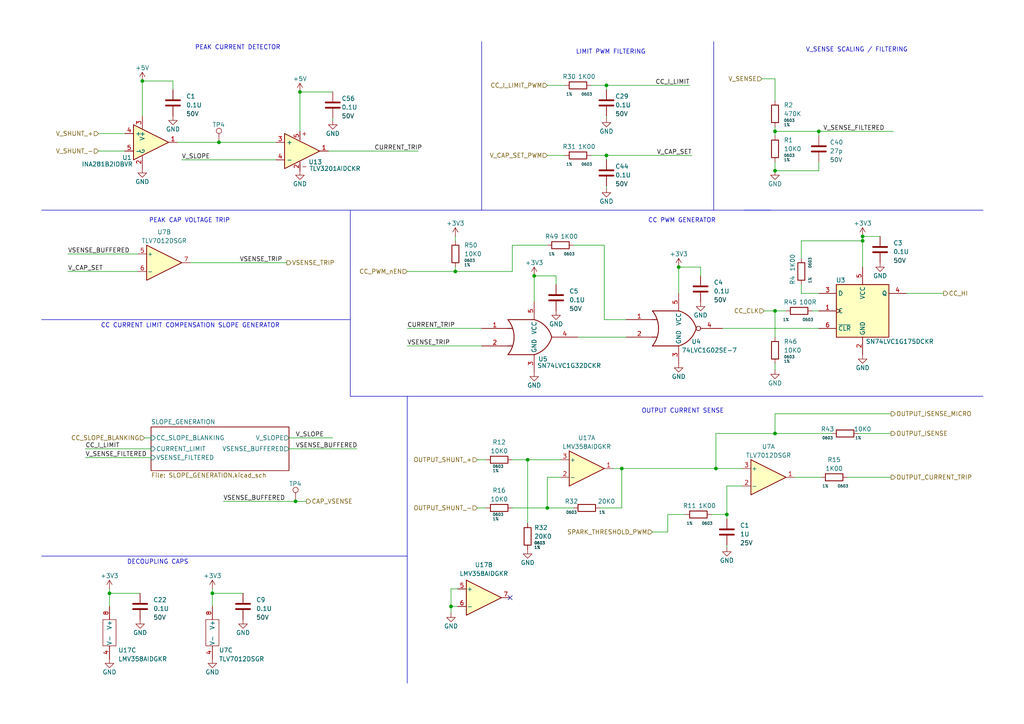
<source format=kicad_sch>
(kicad_sch (version 20230121) (generator eeschema)
  (paper "A4")
  (title_block (company "Rack Robotics, Inc.") (comment 1 "Engineering by DragonFly Power Systems") (comment 2 "Design by Rack Robotics, Inc."))
  (lib_symbols
    (symbol "0603_CAP:0.1U_50V"
      (property "Reference" "C" (at 3.175 1.905 0))
      (property "Value" "0.1U" (at 3.175 0 0))
      (property "Volage Rating" "50V" (at 3.175 -1.905 0))
      (symbol "0.1U_50V_0_1"
        (polyline (pts (xy -2.032 -0.762) (xy 2.032 -0.762)) (stroke (width 0.508)))
        (polyline (pts (xy -2.032 0.762) (xy 2.032 0.762)) (stroke (width 0.508)))
      )
      (symbol "0.1U_50V_1_1"
        (pin passive line (at 0 3.81 270) (length 2.794) (name "~") (number "1"))
        (pin passive line (at 0 -3.81 90) (length 2.794) (name "~") (number "2"))
      )
    )
    (symbol "0603_CAP:1U_25V"
      (property "Reference" "C" (at 3.175 1.905 0))
      (property "Value" "1U" (at 3.175 0 0))
      (property "Volage Rating" "25V" (at 3.175 -1.905 0))
      (symbol "1U_25V_0_1"
        (polyline (pts (xy -2.032 -0.762) (xy 2.032 -0.762)) (stroke (width 0.508)))
        (polyline (pts (xy -2.032 0.762) (xy 2.032 0.762)) (stroke (width 0.508)))
      )
      (symbol "1U_25V_1_1"
        (pin passive line (at 0 3.81 270) (length 2.794) (name "~") (number "1"))
        (pin passive line (at 0 -3.81 90) (length 2.794) (name "~") (number "2"))
      )
    )
    (symbol "0603_CAP:27P_50V"
      (property "Reference" "C" (at 3.175 1.905 0))
      (property "Value" "27p" (at 3.175 0 0))
      (property "Volage Rating" "50V" (at 3.175 -1.905 0))
      (symbol "27P_50V_0_1"
        (polyline (pts (xy -2.032 -0.762) (xy 2.032 -0.762)) (stroke (width 0.508)))
        (polyline (pts (xy -2.032 0.762) (xy 2.032 0.762)) (stroke (width 0.508)))
      )
      (symbol "27P_50V_1_1"
        (pin passive line (at 0 3.81 270) (length 2.794) (name "~") (number "1"))
        (pin passive line (at 0 -3.81 90) (length 2.794) (name "~") (number "2"))
      )
    )
    (symbol "0603_RES:100R"
      (property "Reference" "R" (at 1.27 2.54 0))
      (property "Value" "100R" (at 1.27 0.635 0))
      (property "Package Size" "0603" (at 1.27 -1.27 0))
      (property "Tolerance" "1%" (at 1.27 -2.54 0))
      (symbol "100R_0_1"
        (rectangle (start -1.016 2.54) (end 1.016 -2.54) (stroke (width 0.254)))
      )
      (symbol "100R_1_1"
        (pin passive line (at 0 3.81 270) (length 1.27) (name "~") (number "1"))
        (pin passive line (at 0 -3.81 90) (length 1.27) (name "~") (number "2"))
      )
    )
    (symbol "0603_RES:10K0"
      (property "Reference" "R" (at 1.27 2.54 0))
      (property "Value" "10K0" (at 1.27 0.635 0))
      (property "Package Size" "0603" (at 1.27 -1.27 0))
      (property "Tolerance" "1%" (at 1.27 -2.54 0))
      (symbol "10K0_0_1"
        (rectangle (start -1.016 2.54) (end 1.016 -2.54) (stroke (width 0.254)))
      )
      (symbol "10K0_1_1"
        (pin passive line (at 0 3.81 270) (length 1.27) (name "~") (number "1"))
        (pin passive line (at 0 -3.81 90) (length 1.27) (name "~") (number "2"))
      )
    )
    (symbol "0603_RES:1K00"
      (property "Reference" "R" (at 1.27 2.54 0))
      (property "Value" "1K00" (at 1.27 0.635 0))
      (property "Package Size" "0603" (at 1.27 -1.27 0))
      (property "Tolerance" "1%" (at 1.27 -2.54 0))
      (symbol "1K00_0_1"
        (rectangle (start -1.016 2.54) (end 1.016 -2.54) (stroke (width 0.254)))
      )
      (symbol "1K00_1_1"
        (pin passive line (at 0 3.81 270) (length 1.27) (name "~") (number "1"))
        (pin passive line (at 0 -3.81 90) (length 1.27) (name "~") (number "2"))
      )
    )
    (symbol "0603_RES:20K0"
      (property "Reference" "R" (at 1.27 2.54 0))
      (property "Value" "20K0" (at 1.27 0.635 0))
      (property "Package Size" "0603" (at 1.27 -1.27 0))
      (property "Tolerance" "1%" (at 1.27 -2.54 0))
      (symbol "20K0_0_1"
        (rectangle (start -1.016 2.54) (end 1.016 -2.54) (stroke (width 0.254)))
      )
      (symbol "20K0_1_1"
        (pin passive line (at 0 3.81 270) (length 1.27) (name "~") (number "1"))
        (pin passive line (at 0 -3.81 90) (length 1.27) (name "~") (number "2"))
      )
    )
    (symbol "0603_RES:470K"
      (property "Reference" "R" (at 1.27 2.54 0))
      (property "Value" "470K" (at 1.27 0.635 0))
      (property "Package Size" "0603" (at 1.27 -1.27 0))
      (property "Tolerance" "1%" (at 1.27 -2.54 0))
      (symbol "470K_0_1"
        (rectangle (start -1.016 2.54) (end 1.016 -2.54) (stroke (width 0.254)))
      )
      (symbol "470K_1_1"
        (pin passive line (at 0 3.81 270) (length 1.27) (name "~") (number "1"))
        (pin passive line (at 0 -3.81 90) (length 1.27) (name "~") (number "2"))
      )
    )
    (symbol "74_LOGIC:74LVC1G02SE-7"
      (property "Reference" "U" (at 0 1.27 0))
      (property "Value" "74LVC1G02SE-7" (at 16.51 -11.43 0))
      (symbol "74LVC1G02SE-7_0_1"
        (arc (start 0 -10.16) (mid 1.782 -5.08) (end 0 0) (stroke (width 0.254)))
        (polyline (pts (xy 0 -7.62) (xy 1.27 -7.62)) (stroke (width 0.254)) (fill (type background)))
        (polyline (pts (xy 0 -2.54) (xy 1.27 -2.54)) (stroke (width 0.254)) (fill (type background)))
        (polyline (pts (xy 7.62 -10.16) (xy 0 -10.16)) (stroke (width 0.254)) (fill (type background)))
        (polyline (pts (xy 7.62 0) (xy 0 0)) (stroke (width 0.254)) (fill (type background)))
        (arc (start 7.62 -10.16) (mid 10.822 -8.282) (end 12.7 -5.08) (stroke (width 0.254)))
        (arc (start 12.7 -5.08) (mid 10.8471 -1.8529) (end 7.62 0) (stroke (width 0.254)))
      )
      (symbol "74LVC1G02SE-7_1_1"
        (pin input line (at -7.62 -2.54 0) (length 7.62) (name "~") (number "1"))
        (pin input line (at -7.62 -7.62 0) (length 7.62) (name "~") (number "2"))
        (pin power_in line (at 7.62 -15.24 90) (length 5.08) (name "GND") (number "3"))
        (pin output inverted (at 20.32 -5.08 180) (length 7.62) (name "~") (number "4"))
        (pin power_in line (at 7.62 5.08 270) (length 5.08) (name "VCC") (number "5"))
      )
    )
    (symbol "74_LOGIC:SN74LVC1G175DCKR"
      (property "Reference" "U" (at 0 1.27 0))
      (property "Value" "SN74LVC1G175DCKR" (at 19.05 -16.51 0))
      (symbol "SN74LVC1G175DCKR_0_1"
        (rectangle (start 0 0) (end 15.24 -15.24) (stroke (width 0.254)) (fill (type background)))
      )
      (symbol "SN74LVC1G175DCKR_1_1"
        (pin input clock (at -5.08 -7.62 0) (length 5.08) (name "C") (number "1"))
        (pin power_in line (at 7.62 -20.32 90) (length 5.08) (name "GND") (number "2"))
        (pin input line (at -5.08 -2.54 0) (length 5.08) (name "D") (number "3"))
        (pin output line (at 20.32 -2.54 180) (length 5.08) (name "Q") (number "4"))
        (pin power_in line (at 7.62 5.08 270) (length 5.08) (name "VCC") (number "5"))
        (pin input line (at -5.08 -12.7 0) (length 5.08) (name "~{CLR}") (number "6"))
      )
    )
    (symbol "74_LOGIC:SN74LVC1G32DCKR"
      (property "Reference" "U" (at 0 1.27 0))
      (property "Value" "SN74LVC1G32DCKR" (at 16.51 -11.43 0))
      (symbol "SN74LVC1G32DCKR_0_1"
        (arc (start 0 -10.16) (mid 1.782 -5.08) (end 0 0) (stroke (width 0.254)))
        (polyline (pts (xy 0 -7.62) (xy 1.27 -7.62)) (stroke (width 0.254)) (fill (type background)))
        (polyline (pts (xy 0 -2.54) (xy 1.27 -2.54)) (stroke (width 0.254)) (fill (type background)))
        (polyline (pts (xy 7.62 -10.16) (xy 0 -10.16)) (stroke (width 0.254)) (fill (type background)))
        (polyline (pts (xy 7.62 0) (xy 0 0)) (stroke (width 0.254)) (fill (type background)))
        (arc (start 7.62 -10.16) (mid 10.822 -8.282) (end 12.7 -5.08) (stroke (width 0.254)))
        (arc (start 12.7 -5.08) (mid 10.8471 -1.8529) (end 7.62 0) (stroke (width 0.254)))
      )
      (symbol "SN74LVC1G32DCKR_1_1"
        (pin input line (at -7.62 -2.54 0) (length 7.62) (name "~") (number "1"))
        (pin input line (at -7.62 -7.62 0) (length 7.62) (name "~") (number "2"))
        (pin power_in line (at 7.62 -15.24 90) (length 5.08) (name "GND") (number "3"))
        (pin output line (at 20.32 -5.08 180) (length 7.62) (name "~") (number "4"))
        (pin power_in line (at 7.62 5.08 270) (length 5.08) (name "VCC") (number "5"))
      )
    )
    (symbol "COMPARATORS:TLV3201AIDCKR"
      (property "Reference" "U" (at -2.54 5.715 0))
      (property "Value" "TLV3201AIDCKR" (at 0 0 0))
      (symbol "TLV3201AIDCKR_1_1"
        (polyline (pts (xy -4.445 5.08) (xy 5.715 0) (xy -4.445 -5.08) (xy -4.445 5.08)) (stroke (width 0.254)) (fill (type background)))
        (text "+" (at 1.27 5.08 0) (effects (font (size 1.27 1.27))))
        (text "-" (at 1.27 -4.445 0) (effects (font (size 1.27 1.27))))
        (pin output line (at 8.255 0 180) (length 2.54) (name "~") (number "1"))
        (pin output line (at 0 -5.715 90) (length 2.54) (name "~") (number "2"))
        (pin input line (at -6.985 2.54 0) (length 2.54) (name "+") (number "3"))
        (pin input line (at -6.985 -2.54 0) (length 2.54) (name "-") (number "4"))
        (pin power_in line (at 0 5.715 270) (length 2.54) (name "~") (number "5"))
      )
    )
    (symbol "COMPARATORS:TLV7012DSGR" (pin_names (offset 0.127))
      (property "Reference" "U" (at 0.635 3.81 0))
      (property "Value" "TLV7012DSGR" (at 6.35 -3.81 0))
      (symbol "TLV7012DSGR_1_1"
        (polyline (pts (xy -5.08 5.08) (xy 5.08 0) (xy -5.08 -5.08) (xy -5.08 5.08)) (stroke (width 0.254)) (fill (type background)))
        (pin output line (at 7.62 0 180) (length 2.54) (name "~") (number "1"))
        (pin input line (at -7.62 -2.54 0) (length 2.54) (name "-") (number "2"))
        (pin input line (at -7.62 2.54 0) (length 2.54) (name "+") (number "3"))
      )
      (symbol "TLV7012DSGR_2_1"
        (polyline (pts (xy -5.08 5.08) (xy 5.08 0) (xy -5.08 -5.08) (xy -5.08 5.08)) (stroke (width 0.254)) (fill (type background)))
        (pin input line (at -7.62 2.54 0) (length 2.54) (name "+") (number "5"))
        (pin input line (at -7.62 -2.54 0) (length 2.54) (name "-") (number "6"))
        (pin open_collector line (at 7.62 0 180) (length 2.54) (name "~") (number "7"))
      )
      (symbol "TLV7012DSGR_3_1"
        (rectangle (start -4.445 3.81) (end -0.635 -3.81))
        (pin power_in line (at -2.54 -7.62 90) (length 3.81) (name "V-") (number "4"))
        (pin power_in line (at -2.54 7.62 270) (length 3.81) (name "V+") (number "8"))
        (pin power_in line (at -2.54 -7.62 90) (length 3.81) hide (name "V-") (number "9"))
      )
    )
    (symbol "Connector:TestPoint" (pin_numbers hide) (pin_names (offset 0.762) hide)
      (property "Reference" "TP" (at 0 6.858 0))
      (property "Value" "TestPoint" (at 0 5.08 0))
      (symbol "TestPoint_0_1"
        (circle (center 0 3.302) (radius 0.762))
      )
      (symbol "TestPoint_1_1"
        (pin passive line (at 0 0 90) (length 2.54) (name "1") (number "1"))
      )
    )
    (symbol "Current Sense Amplifiers:INA281B2IDBVR"
      (property "Reference" "U" (at 1.27 6.35 0))
      (property "Value" "INA281B2IDBVR" (at 8.89 -3.81 0))
      (symbol "INA281B2IDBVR_0_1"
        (polyline (pts (xy -2.54 5.08) (xy 7.62 0) (xy -2.54 -5.08) (xy -2.54 5.08)) (stroke (width 0.254)) (fill (type background)))
      )
      (symbol "INA281B2IDBVR_1_1"
        (pin output line (at 10.16 0 180) (length 2.54) (name "~") (number "1"))
        (pin power_in line (at 0 -7.62 90) (length 3.81) (name "G") (number "2"))
        (pin power_in line (at 0 7.62 270) (length 3.81) (name "V+") (number "3"))
        (pin input line (at -5.08 2.54 0) (length 2.54) (name "+") (number "4"))
        (pin input line (at -5.08 -2.54 0) (length 2.54) (name "-") (number "5"))
      )
    )
    (symbol "OP_AMPS:LMV358AIDGKR" (pin_names (offset 0.127))
      (property "Reference" "U" (at -1.27 5.08 0))
      (property "Value" "LMV358AIDGKR" (at -1.27 -5.08 0))
      (symbol "LMV358AIDGKR_1_1"
        (polyline (pts (xy -5.08 5.08) (xy 5.08 0) (xy -5.08 -5.08) (xy -5.08 5.08)) (stroke (width 0.254)) (fill (type background)))
        (pin output line (at 7.62 0 180) (length 2.54) (name "~") (number "1"))
        (pin input line (at -7.62 -2.54 0) (length 2.54) (name "-") (number "2"))
        (pin input line (at -7.62 2.54 0) (length 2.54) (name "+") (number "3"))
      )
      (symbol "LMV358AIDGKR_2_1"
        (polyline (pts (xy -5.08 5.08) (xy 5.08 0) (xy -5.08 -5.08) (xy -5.08 5.08)) (stroke (width 0.254)) (fill (type background)))
        (pin input line (at -7.62 2.54 0) (length 2.54) (name "+") (number "5"))
        (pin input line (at -7.62 -2.54 0) (length 2.54) (name "-") (number "6"))
        (pin output line (at 7.62 0 180) (length 2.54) (name "~") (number "7"))
      )
      (symbol "LMV358AIDGKR_3_1"
        (rectangle (start -4.445 3.81) (end -0.635 -3.81))
        (pin power_in line (at -2.54 -7.62 90) (length 3.81) (name "V-") (number "4"))
        (pin power_in line (at -2.54 7.62 270) (length 3.81) (name "V+") (number "8"))
      )
    )
    (symbol "power:+3V3" (power) (pin_names (offset 0))
      (property "Value" "+3V3" (at 0 3.556 0))
      (symbol "+3V3_0_1"
        (polyline (pts (xy -0.762 1.27) (xy 0 2.54)))
        (polyline (pts (xy 0 0) (xy 0 2.54)))
        (polyline (pts (xy 0 2.54) (xy 0.762 1.27)))
      )
      (symbol "+3V3_1_1"
        (pin power_in line (at 0 0 90) (length 0) hide (name "+3V3") (number "1"))
      )
    )
    (symbol "power:+5V" (power) (pin_names (offset 0))
      (property "Value" "+5V" (at 0 3.556 0))
      (symbol "+5V_0_1"
        (polyline (pts (xy -0.762 1.27) (xy 0 2.54)))
        (polyline (pts (xy 0 0) (xy 0 2.54)))
        (polyline (pts (xy 0 2.54) (xy 0.762 1.27)))
      )
      (symbol "+5V_1_1"
        (pin power_in line (at 0 0 90) (length 0) hide (name "+5V") (number "1"))
      )
    )
    (symbol "power:GND" (power) (pin_names (offset 0))
      (property "Value" "GND" (at 0 -3.81 0))
      (symbol "GND_0_1"
        (polyline (pts (xy 0 0) (xy 0 -1.27) (xy 1.27 -1.27) (xy 0 -2.54) (xy -1.27 -1.27) (xy 0 -1.27)))
      )
      (symbol "GND_1_1"
        (pin power_in line (at 0 0 270) (length 0) hide (name "GND") (number "1"))
      )
    )
  )
  (junction (at 154.94 80.01))
  (junction (at 158.75 147.32))
  (junction (at 85.725 145.415))
  (junction (at 130.81 175.895))
  (junction (at 61.595 172.085))
  (junction (at 180.34 135.89))
  (junction (at 224.79 90.17))
  (junction (at 196.85 77.47))
  (junction (at 175.895 24.765))
  (junction (at 153.035 133.35))
  (junction (at 31.75 172.085))
  (junction (at 224.79 38.1))
  (junction (at 41.275 23.495))
  (junction (at 63.5 41.275))
  (junction (at 210.82 149.225))
  (junction (at 250.19 68.58))
  (junction (at 132.08 78.74))
  (junction (at 224.79 49.53))
  (junction (at 207.645 135.89))
  (junction (at 250.19 69.85))
  (junction (at 224.79 125.73))
  (junction (at 237.49 38.1))
  (junction (at 175.895 45.085))
  (junction (at 86.995 26.67))
  (no_connect (at 147.955 173.355))
  (wire (pts (xy 52.705 46.355) (xy 80.01 46.355)))
  (wire (pts (xy 210.82 149.225) (xy 210.82 140.97)))
  (wire (pts (xy 24.765 132.715) (xy 43.815 132.715)))
  (wire (pts (xy 193.675 149.225) (xy 198.755 149.225)))
  (wire (pts (xy 235.585 90.17) (xy 237.49 90.17)))
  (wire (pts (xy 189.23 154.305) (xy 193.675 154.305)))
  (wire (pts (xy 207.645 125.73) (xy 207.645 135.89)))
  (wire (pts (xy 224.79 22.86) (xy 224.79 29.21)))
  (polyline (pts (xy 12.065 60.96) (xy 139.7 60.96)))
  (wire (pts (xy 209.55 95.25) (xy 237.49 95.25)))
  (wire (pts (xy 224.79 120.015) (xy 258.445 120.015)))
  (polyline (pts (xy 118.11 114.935) (xy 118.11 161.29)))
  (wire (pts (xy 41.275 23.495) (xy 41.275 33.655)))
  (wire (pts (xy 148.59 71.12) (xy 158.75 71.12)))
  (wire (pts (xy 250.19 69.85) (xy 250.19 77.47)))
  (wire (pts (xy 148.59 78.74) (xy 148.59 71.12)))
  (wire (pts (xy 86.995 26.67) (xy 86.995 38.1)))
  (polyline (pts (xy 215.9 60.96) (xy 223.52 60.96)))
  (wire (pts (xy 173.99 147.32) (xy 180.34 147.32)))
  (wire (pts (xy 154.94 80.01) (xy 154.94 87.63)))
  (wire (pts (xy 166.37 71.12) (xy 175.26 71.12)))
  (wire (pts (xy 64.77 145.415) (xy 85.725 145.415)))
  (wire (pts (xy 224.79 120.015) (xy 224.79 125.73)))
  (wire (pts (xy 171.45 24.765) (xy 175.895 24.765)))
  (wire (pts (xy 175.895 46.355) (xy 175.895 45.085)))
  (wire (pts (xy 61.595 172.085) (xy 61.595 175.895)))
  (wire (pts (xy 51.435 41.275) (xy 63.5 41.275)))
  (wire (pts (xy 232.41 69.85) (xy 232.41 74.93)))
  (wire (pts (xy 95.25 43.815) (xy 121.285 43.815)))
  (wire (pts (xy 180.34 135.89) (xy 207.645 135.89)))
  (wire (pts (xy 250.19 68.58) (xy 255.27 68.58)))
  (wire (pts (xy 50.165 23.495) (xy 50.165 26.035)))
  (wire (pts (xy 250.19 68.58) (xy 250.19 69.85)))
  (wire (pts (xy 175.26 92.71) (xy 175.26 71.12)))
  (wire (pts (xy 221.615 90.17) (xy 224.79 90.17)))
  (wire (pts (xy 31.75 172.085) (xy 31.75 175.895)))
  (polyline (pts (xy 12.065 161.29) (xy 118.11 161.29)))
  (wire (pts (xy 224.79 46.99) (xy 224.79 49.53)))
  (wire (pts (xy 148.59 147.32) (xy 158.75 147.32)))
  (wire (pts (xy 96.52 34.29) (xy 96.52 34.925)))
  (wire (pts (xy 130.81 170.815) (xy 130.81 175.895)))
  (wire (pts (xy 41.91 127) (xy 43.815 127)))
  (wire (pts (xy 19.685 78.74) (xy 40.005 78.74)))
  (wire (pts (xy 210.82 158.115) (xy 210.82 158.75)))
  (wire (pts (xy 224.79 38.1) (xy 224.79 39.37)))
  (wire (pts (xy 138.43 147.32) (xy 140.97 147.32)))
  (wire (pts (xy 63.5 41.275) (xy 80.01 41.275)))
  (wire (pts (xy 153.035 133.35) (xy 153.035 151.765)))
  (wire (pts (xy 175.895 45.085) (xy 200.66 45.085)))
  (wire (pts (xy 207.645 135.89) (xy 215.265 135.89)))
  (wire (pts (xy 158.75 138.43) (xy 158.75 147.32)))
  (wire (pts (xy 61.595 172.085) (xy 70.485 172.085)))
  (wire (pts (xy 203.2 77.47) (xy 196.85 77.47)))
  (wire (pts (xy 61.595 172.085) (xy 61.595 170.815)))
  (wire (pts (xy 224.79 90.17) (xy 227.965 90.17)))
  (wire (pts (xy 158.75 24.765) (xy 163.83 24.765)))
  (wire (pts (xy 230.505 138.43) (xy 238.125 138.43)))
  (wire (pts (xy 262.89 85.09) (xy 273.685 85.09)))
  (wire (pts (xy 224.79 105.41) (xy 224.79 107.315)))
  (wire (pts (xy 19.685 73.66) (xy 40.005 73.66)))
  (wire (pts (xy 161.29 80.01) (xy 154.94 80.01)))
  (wire (pts (xy 132.08 78.74) (xy 148.59 78.74)))
  (wire (pts (xy 180.34 135.89) (xy 180.34 147.32)))
  (wire (pts (xy 206.375 149.225) (xy 210.82 149.225)))
  (wire (pts (xy 196.85 77.47) (xy 196.85 85.09)))
  (wire (pts (xy 85.725 145.415) (xy 88.9 145.415)))
  (wire (pts (xy 118.11 78.74) (xy 132.08 78.74)))
  (wire (pts (xy 132.08 77.47) (xy 132.08 78.74)))
  (wire (pts (xy 118.11 95.25) (xy 139.7 95.25)))
  (polyline (pts (xy 215.9 60.96) (xy 285.115 60.96)))
  (wire (pts (xy 237.49 49.53) (xy 224.79 49.53)))
  (wire (pts (xy 193.675 154.305) (xy 193.675 149.225)))
  (wire (pts (xy 162.56 138.43) (xy 158.75 138.43)))
  (wire (pts (xy 132.08 69.85) (xy 132.08 68.58)))
  (wire (pts (xy 83.82 127) (xy 96.52 127)))
  (wire (pts (xy 31.75 172.085) (xy 40.64 172.085)))
  (wire (pts (xy 28.575 38.735) (xy 36.195 38.735)))
  (wire (pts (xy 96.52 26.67) (xy 86.995 26.67)))
  (polyline (pts (xy 12.065 92.71) (xy 101.6 92.71)))
  (wire (pts (xy 232.41 69.85) (xy 250.19 69.85)))
  (wire (pts (xy 31.75 172.085) (xy 31.75 170.815)))
  (wire (pts (xy 167.64 97.79) (xy 181.61 97.79)))
  (wire (pts (xy 237.49 46.99) (xy 237.49 49.53)))
  (wire (pts (xy 55.245 76.2) (xy 83.185 76.2)))
  (wire (pts (xy 138.43 133.35) (xy 140.97 133.35)))
  (wire (pts (xy 237.49 38.1) (xy 259.08 38.1)))
  (wire (pts (xy 175.895 24.765) (xy 175.895 26.035)))
  (wire (pts (xy 224.79 38.1) (xy 237.49 38.1)))
  (wire (pts (xy 50.165 23.495) (xy 41.275 23.495)))
  (wire (pts (xy 153.035 133.35) (xy 148.59 133.35)))
  (wire (pts (xy 158.75 45.085) (xy 163.83 45.085)))
  (polyline (pts (xy 139.7 60.96) (xy 215.9 60.96)))
  (wire (pts (xy 175.895 24.765) (xy 200.025 24.765)))
  (wire (pts (xy 130.81 175.895) (xy 132.715 175.895)))
  (wire (pts (xy 245.745 138.43) (xy 258.445 138.43)))
  (wire (pts (xy 237.49 39.37) (xy 237.49 38.1)))
  (polyline (pts (xy 101.6 92.71) (xy 101.6 114.935)))
  (wire (pts (xy 224.79 97.79) (xy 224.79 90.17)))
  (wire (pts (xy 28.575 43.815) (xy 36.195 43.815)))
  (polyline (pts (xy 101.6 114.935) (xy 285.115 114.935)))
  (wire (pts (xy 210.82 140.97) (xy 215.265 140.97)))
  (wire (pts (xy 207.645 125.73) (xy 224.79 125.73)))
  (wire (pts (xy 181.61 92.71) (xy 175.26 92.71)))
  (polyline (pts (xy 118.11 161.29) (xy 118.11 198.12)))
  (wire (pts (xy 130.81 175.895) (xy 130.81 177.8)))
  (wire (pts (xy 220.98 22.86) (xy 224.79 22.86)))
  (wire (pts (xy 153.035 133.35) (xy 162.56 133.35)))
  (polyline (pts (xy 207.01 12.065) (xy 207.01 60.96)))
  (polyline (pts (xy 101.6 60.96) (xy 101.6 92.71)))
  (wire (pts (xy 175.895 45.085) (xy 171.45 45.085)))
  (wire (pts (xy 177.8 135.89) (xy 180.34 135.89)))
  (wire (pts (xy 130.81 170.815) (xy 132.715 170.815)))
  (wire (pts (xy 210.82 149.225) (xy 210.82 150.495)))
  (wire (pts (xy 232.41 85.09) (xy 237.49 85.09)))
  (wire (pts (xy 24.765 130.175) (xy 43.815 130.175)))
  (polyline (pts (xy 139.7 12.065) (xy 139.7 60.96)))
  (wire (pts (xy 224.79 125.73) (xy 241.3 125.73)))
  (wire (pts (xy 158.75 147.32) (xy 166.37 147.32)))
  (wire (pts (xy 232.41 82.55) (xy 232.41 85.09)))
  (wire (pts (xy 118.11 100.33) (xy 139.7 100.33)))
  (wire (pts (xy 161.29 80.01) (xy 161.29 82.55)))
  (wire (pts (xy 203.2 77.47) (xy 203.2 80.01)))
  (wire (pts (xy 248.92 125.73) (xy 258.445 125.73)))
  (wire (pts (xy 175.895 53.975) (xy 175.895 54.61)))
  (wire (pts (xy 224.79 36.83) (xy 224.79 38.1)))
  (wire (pts (xy 83.82 130.175) (xy 103.505 130.175)))
  (wire (pts (xy 175.895 33.655) (xy 175.895 34.29)))
  (text "V_SENSE SCALING / FILTERING" (at 233.68 15.24 0) (effects (font (size 1.27 1.27)) (justify left bottom)))
  (text "DECOUPLING CAPS" (at 36.83 163.83 0) (effects (font (size 1.27 1.27)) (justify left bottom)))
  (text "LIMIT PWM FILTERING" (at 167.005 15.875 0) (effects (font (size 1.27 1.27)) (justify left bottom)))
  (text "PEAK CURRENT DETECTOR\n" (at 56.515 14.605 0) (effects (font (size 1.27 1.27)) (justify left bottom)))
  (text "CC CURRENT LIMIT COMPENSATION SLOPE GENERATOR" (at 29.21 95.25 0) (effects (font (size 1.27 1.27)) (justify left bottom)))
  (text "PEAK CAP VOLTAGE TRIP" (at 43.18 64.77 0) (effects (font (size 1.27 1.27)) (justify left bottom)))
  (text "OUTPUT CURRENT SENSE\n" (at 186.055 120.015 0) (effects (font (size 1.27 1.27)) (justify left bottom)))
  (text "CC PWM GENERATOR\n" (at 187.96 64.77 0) (effects (font (size 1.27 1.27)) (justify left bottom)))
  (label "V_SENSE_FILTERED" (at 24.765 132.715 0))
  (label "CC_I_LIMIT" (at 200.025 24.765 180))
  (label "V_SENSE_FILTERED" (at 256.54 38.1 180))
  (label "VSENSE_TRIP" (at 118.11 100.33 0))
  (label "V_CAP_SET" (at 200.66 45.085 180))
  (label "CC_I_LIMIT" (at 24.765 130.175 0))
  (label "CURRENT_TRIP" (at 108.585 43.815 0))
  (label "V_CAP_SET" (at 19.685 78.74 0))
  (label "V_SLOPE" (at 52.705 46.355 0))
  (label "VSENSE_BUFFERED" (at 19.685 73.66 0))
  (label "V_SLOPE" (at 85.725 127 0))
  (label "VSENSE_BUFFERED" (at 64.77 145.415 0))
  (label "VSENSE_TRIP" (at 81.915 76.2 180))
  (label "CURRENT_TRIP" (at 118.11 95.25 0))
  (label "VSENSE_BUFFERED" (at 85.725 130.175 0))
  (hierarchical_label "V_SHUNT_-" (shape input) (at 28.575 43.815 180))
  (hierarchical_label "V_SHUNT_+" (shape input) (at 28.575 38.735 180))
  (hierarchical_label "V_CAP_SET_PWM" (shape input) (at 158.75 45.085 180))
  (hierarchical_label "OUTPUT_SHUNT_+" (shape input) (at 138.43 133.35 180))
  (hierarchical_label "CC_PWM_nEN" (shape input) (at 118.11 78.74 180))
  (hierarchical_label "VSENSE_TRIP" (shape output) (at 83.185 76.2 0))
  (hierarchical_label "CC_I_LIMIT_PWM" (shape input) (at 158.75 24.765 180))
  (hierarchical_label "CC_SLOPE_BLANKING" (shape input) (at 41.91 127 180))
  (hierarchical_label "OUTPUT_CURRENT_TRIP" (shape output) (at 258.445 138.43 0))
  (hierarchical_label "V_SENSE" (shape input) (at 220.98 22.86 180))
  (hierarchical_label "OUTPUT_ISENSE" (shape output) (at 258.445 125.73 0))
  (hierarchical_label "CC_HI" (shape output) (at 273.685 85.09 0))
  (hierarchical_label "OUTPUT_SHUNT_-" (shape input) (at 138.43 147.32 180))
  (hierarchical_label "SPARK_THRESHOLD_PWM" (shape input) (at 189.23 154.305 180))
  (hierarchical_label "CC_CLK" (shape input) (at 221.615 90.17 180))
  (hierarchical_label "CAP_VSENSE" (shape output) (at 88.9 145.415 0))
  (hierarchical_label "OUTPUT_ISENSE_MICRO" (shape output) (at 258.445 120.015 0))
  (symbol (lib_id "0603_RES:10K0") (at 132.08 73.66 0) (unit 1)
    (property "Reference" "R50" (at 134.62 71.12 0) (effects (justify left)))
    (property "Value" "10K0" (at 134.62 73.66 0) (effects (justify left)))
    (property "Footprint" "Resistor_SMD:R_0603_1608Metric" (effects hide))
    (property "Datasheet" "https://www.seielect.com/Catalog/SEI-RMCF_RMCP.pdf" (effects hide))
    (property "Package Size" "0603" (at 134.62 75.565 0) (effects (font (size 0.8 0.8)) (justify left)))
    (property "Tolerance" "1%" (at 134.62 76.835 0) (effects (font (size 0.8 0.8)) (justify left)))
    (property "Part Number" "RMCF0603FT10K0" (effects hide))
    (property "Manufacturer" "Stackpole" (effects hide))
  )
  (symbol (lib_id "power:GND") (at 31.75 191.135 0) (unit 1)
    (property "Reference" "#PWR089" (effects hide))
    (property "Value" "GND" (at 31.75 194.945 0))
  )
  (symbol (lib_id "power:GND") (at 196.85 105.41 0) (unit 1)
    (property "Reference" "#PWR012" (effects hide))
    (property "Value" "GND" (at 196.85 109.22 0))
  )
  (symbol (lib_id "power:GND") (at 41.275 48.895 0) (unit 1)
    (property "Reference" "#PWR04" (effects hide))
    (property "Value" "GND" (at 41.275 52.705 0))
  )
  (symbol (lib_id "COMPARATORS:TLV7012DSGR") (at 222.885 138.43 0) (unit 1)
    (property "Reference" "U7" (at 222.885 129.54 0))
    (property "Value" "TLV7012DSGR" (at 222.885 132.08 0))
    (property "Footprint" "Package_SON:WSON-8-1EP_2x2mm_P0.5mm_EP0.9x1.6mm" (effects hide))
    (property "Datasheet" "https://www.ti.com/general/docs/suppproductinfo.tsp?distId=10&gotoUrl=http%3A%2F%2Fwww.ti.com%2Flit%2Fgpn%2Ftlv7012" (effects hide))
    (property "Manufacturer" "Texas Instruments" (effects hide))
    (property "Part Number" "TLV7012DSGR" (effects hide))
  )
  (symbol (lib_id "0603_RES:1K00") (at 162.56 71.12 90) (unit 1)
    (property "Reference" "R49" (at 160.02 68.58 90))
    (property "Value" "1K00" (at 165.1 68.58 90))
    (property "Footprint" "Resistor_SMD:R_0603_1608Metric" (effects hide))
    (property "Datasheet" "https://www.seielect.com/Catalog/SEI-RMCF_RMCP.pdf" (effects hide))
    (property "Package Size" "0603" (at 165.1 73.66 90) (effects (font (size 0.8 0.8))))
    (property "Tolerance" "1%" (at 160.02 73.66 90) (effects (font (size 0.8 0.8))))
    (property "Part Number" "RMCF0603FT1K00" (effects hide))
    (property "Manufacturer" "Stackpole" (effects hide))
  )
  (symbol (lib_id "power:+3V3") (at 154.94 80.01 0) (unit 1)
    (property "Reference" "#PWR08" (effects hide))
    (property "Value" "+3V3" (at 154.94 76.2 0))
  )
  (symbol (lib_id "0603_RES:10K0") (at 144.78 133.35 270) (unit 1)
    (property "Reference" "R12" (at 144.78 128.27 90))
    (property "Value" "10K0" (at 142.24 130.81 90) (effects (justify left)))
    (property "Footprint" "Resistor_SMD:R_0603_1608Metric" (effects hide))
    (property "Datasheet" "https://www.seielect.com/Catalog/SEI-RMCF_RMCP.pdf" (effects hide))
    (property "Package Size" "0603" (at 142.875 135.255 90) (effects (font (size 0.8 0.8)) (justify left)))
    (property "Tolerance" "1%" (at 142.875 136.525 90) (effects (font (size 0.8 0.8)) (justify left)))
    (property "Part Number" "RMCF0603FT10K0" (effects hide))
    (property "Manufacturer" "Stackpole" (effects hide))
  )
  (symbol (lib_id "0603_RES:10K0") (at 144.78 147.32 270) (unit 1)
    (property "Reference" "R16" (at 144.78 142.24 90))
    (property "Value" "10K0" (at 142.24 144.78 90) (effects (justify left)))
    (property "Footprint" "Resistor_SMD:R_0603_1608Metric" (effects hide))
    (property "Datasheet" "https://www.seielect.com/Catalog/SEI-RMCF_RMCP.pdf" (effects hide))
    (property "Package Size" "0603" (at 142.875 149.225 90) (effects (font (size 0.8 0.8)) (justify left)))
    (property "Tolerance" "1%" (at 142.875 150.495 90) (effects (font (size 0.8 0.8)) (justify left)))
    (property "Part Number" "RMCF0603FT10K0" (effects hide))
    (property "Manufacturer" "Stackpole" (effects hide))
  )
  (symbol (lib_id "0603_CAP:1U_25V") (at 210.82 154.305 0) (unit 1)
    (property "Reference" "C1" (at 214.63 152.4 0) (effects (justify left)))
    (property "Value" "1U" (at 214.63 154.94 0) (effects (justify left)))
    (property "Footprint" "Capacitor_SMD:C_0603_1608Metric" (effects hide))
    (property "Datasheet" "https://media.digikey.com/pdf/Data%20Sheets/Samsung%20PDFs/CL10B104KB8NNWC_Spec.pdf" (effects hide))
    (property "Volage Rating" "25V" (at 214.63 157.48 0) (effects (justify left)))
    (property "Part Number" "CL10B105KA8NNNC" (effects hide))
    (property "Manufacturer" "Samsung" (effects hide))
    (instances (project "POWERCORE-V2.0_MOTHERBOARD" (path "" (reference "C1") (unit 1)) (path "" (reference "C15") (unit 1)) (path "" (reference "C52") (unit 1))))
  )
  (symbol (lib_id "power:GND") (at 154.94 107.95 0) (unit 1)
    (property "Reference" "#PWR013" (effects hide))
    (property "Value" "GND" (at 154.94 111.76 0))
  )
  (symbol (lib_id "power:GND") (at 96.52 34.925 0) (unit 1)
    (property "Reference" "#PWR0105" (effects hide))
    (property "Value" "GND" (at 96.52 38.735 0))
  )
  (symbol (lib_id "0603_CAP:0.1U_50V") (at 70.485 175.895 0) (unit 1)
    (property "Reference" "C9" (at 74.295 173.99 0) (effects (justify left)))
    (property "Value" "0.1U" (at 74.295 176.53 0) (effects (justify left)))
    (property "Footprint" "Capacitor_SMD:C_0603_1608Metric" (effects hide))
    (property "Datasheet" "https://media.digikey.com/pdf/Data%20Sheets/Samsung%20PDFs/CL10B104KB8NNWC_Spec.pdf" (effects hide))
    (property "Volage Rating" "50V" (at 74.295 179.07 0) (effects (justify left)))
    (property "Part Number" "CL10B104KB8NNWC" (effects hide))
    (property "Manufacturer" "Samsung" (effects hide))
  )
  (symbol (lib_id "power:GND") (at 255.27 76.2 0) (unit 1)
    (property "Reference" "#PWR06" (effects hide))
    (property "Value" "GND" (at 255.27 80.01 0))
  )
  (symbol (lib_id "Connector:TestPoint") (at 85.725 145.415 0) (unit 1)
    (property "Reference" "TP4" (at 83.82 140.335 0) (effects (justify left)))
    (property "Value" "TestPoint" (effects hide))
    (property "Footprint" "TestPoint:TestPoint_Pad_D1.5mm" (effects hide))
    (instances (project "POWERCORE-V2.0_MOTHERBOARD" (path "" (reference "TP4") (unit 1)) (path "" (reference "TP5") (unit 1)) (path "" (reference "TP16") (unit 1))))
  )
  (symbol (lib_id "74_LOGIC:SN74LVC1G32DCKR") (at 147.32 92.71 0) (unit 1)
    (property "Reference" "U5" (at 157.48 104.14 0))
    (property "Value" "SN74LVC1G32DCKR" (at 165.1 106.045 0))
    (property "Footprint" "Package_TO_SOT_SMD:SOT-353_SC-70-5" (effects hide))
    (property "Datasheet" "https://www.ti.com/general/docs/suppproductinfo.tsp?distId=10&gotoUrl=https%3A%2F%2Fwww.ti.com%2Flit%2Fgpn%2Fsn74lvc1g32" (effects hide))
    (property "Part Number" "SN74LVC1G32DCKR" (effects hide))
    (property "Manufacturer" "Texas Instruments" (effects hide))
  )
  (symbol (lib_id "0603_CAP:0.1U_50V") (at 50.165 29.845 0) (unit 1)
    (property "Reference" "C1" (at 53.975 27.94 0) (effects (justify left)))
    (property "Value" "0.1U" (at 53.975 30.48 0) (effects (justify left)))
    (property "Footprint" "Capacitor_SMD:C_0603_1608Metric" (effects hide))
    (property "Datasheet" "https://media.digikey.com/pdf/Data%20Sheets/Samsung%20PDFs/CL10B104KB8NNWC_Spec.pdf" (effects hide))
    (property "Volage Rating" "50V" (at 53.975 33.02 0) (effects (justify left)))
    (property "Part Number" "CL10B104KB8NNWC" (effects hide))
    (property "Manufacturer" "Samsung" (effects hide))
  )
  (symbol (lib_id "COMPARATORS:TLV3201AIDCKR") (at 86.995 43.815 0) (unit 1)
    (property "Reference" "U13" (at 91.44 46.99 0))
    (property "Value" "TLV3201AIDCKR" (at 97.155 48.895 0))
    (property "Footprint" "Package_TO_SOT_SMD:SOT-353_SC-70-5" (effects hide))
    (property "Datasheet" "https://www.ti.com/lit/ds/symlink/tlv3201.pdf" (effects hide))
    (property "Manufacturer" "Texas Instruments" (effects hide))
    (property "Part Number" "TLV3201AIDCKR" (effects hide))
  )
  (symbol (lib_id "power:GND") (at 153.035 159.385 0) (unit 1)
    (property "Reference" "#PWR0132" (effects hide))
    (property "Value" "GND" (at 153.035 163.195 0))
  )
  (symbol (lib_id "power:+3V3") (at 61.595 170.815 0) (unit 1)
    (property "Reference" "#PWR020" (effects hide))
    (property "Value" "+3V3" (at 61.595 167.005 0))
  )
  (symbol (lib_id "power:GND") (at 210.82 158.75 0) (unit 1)
    (property "Reference" "#PWR015" (effects hide))
    (property "Value" "GND" (at 210.82 162.56 0))
  )
  (symbol (lib_id "0603_CAP:0.1U_50V") (at 175.895 29.845 0) (unit 1)
    (property "Reference" "C29" (at 178.435 27.94 0) (effects (justify left)))
    (property "Value" "0.1U" (at 178.435 30.48 0) (effects (justify left)))
    (property "Footprint" "Capacitor_SMD:C_0603_1608Metric" (effects hide))
    (property "Datasheet" "https://media.digikey.com/pdf/Data%20Sheets/Samsung%20PDFs/CL10B104KB8NNWC_Spec.pdf" (effects hide))
    (property "Volage Rating" "50V" (at 178.435 33.02 0) (effects (justify left)))
    (property "Part Number" "CL10B104KB8NNWC" (effects hide))
    (property "Manufacturer" "Samsung" (effects hide))
  )
  (symbol (lib_id "0603_RES:10K0") (at 245.11 125.73 90) (unit 1)
    (property "Reference" "R43" (at 240.03 124.46 90))
    (property "Value" "10K0" (at 250.19 124.46 90))
    (property "Footprint" "Resistor_SMD:R_0603_1608Metric" (effects hide))
    (property "Datasheet" "https://www.seielect.com/Catalog/SEI-RMCF_RMCP.pdf" (effects hide))
    (property "Package Size" "0603" (at 240.03 127 90) (effects (font (size 0.8 0.8))))
    (property "Tolerance" "1%" (at 248.92 127 90) (effects (font (size 0.8 0.8))))
    (property "Part Number" "RMCF0603FT10K0" (effects hide))
    (property "Manufacturer" "Stackpole" (effects hide))
    (instances (project "POWERCORE-V2.0_MOTHERBOARD" (path "" (reference "R43") (unit 1)) (path "" (reference "R75") (unit 1))))
  )
  (symbol (lib_id "0603_CAP:0.1U_50V") (at 203.2 83.82 0) (unit 1)
    (property "Reference" "C4" (at 207.01 81.915 0) (effects (justify left)))
    (property "Value" "0.1U" (at 207.01 84.455 0) (effects (justify left)))
    (property "Footprint" "Capacitor_SMD:C_0603_1608Metric" (effects hide))
    (property "Datasheet" "https://media.digikey.com/pdf/Data%20Sheets/Samsung%20PDFs/CL10B104KB8NNWC_Spec.pdf" (effects hide))
    (property "Volage Rating" "50V" (at 207.01 86.995 0) (effects (justify left)))
    (property "Part Number" "CL10B104KB8NNWC" (effects hide))
    (property "Manufacturer" "Samsung" (effects hide))
  )
  (symbol (lib_id "power:GND") (at 224.79 107.315 0) (unit 1)
    (property "Reference" "#PWR059" (effects hide))
    (property "Value" "GND" (at 224.79 111.125 0))
  )
  (symbol (lib_id "power:GND") (at 161.29 90.17 0) (unit 1)
    (property "Reference" "#PWR010" (effects hide))
    (property "Value" "GND" (at 161.29 93.98 0))
  )
  (symbol (lib_id "power:+3V3") (at 31.75 170.815 0) (unit 1)
    (property "Reference" "#PWR093" (effects hide))
    (property "Value" "+3V3" (at 31.75 167.005 0))
  )
  (symbol (lib_id "0603_RES:1K00") (at 232.41 78.74 180) (unit 1)
    (property "Reference" "R4" (at 229.87 81.28 90))
    (property "Value" "1K00" (at 229.87 76.2 90))
    (property "Footprint" "Resistor_SMD:R_0603_1608Metric" (effects hide))
    (property "Datasheet" "https://www.seielect.com/Catalog/SEI-RMCF_RMCP.pdf" (effects hide))
    (property "Package Size" "0603" (at 234.95 76.2 90) (effects (font (size 0.8 0.8))))
    (property "Tolerance" "1%" (at 234.95 81.28 90) (effects (font (size 0.8 0.8))))
    (property "Part Number" "RMCF0603FT1K00" (effects hide))
    (property "Manufacturer" "Stackpole" (effects hide))
  )
  (symbol (lib_id "power:+5V") (at 41.275 23.495 0) (unit 1)
    (property "Reference" "#PWR068" (effects hide))
    (property "Value" "+5V" (at 41.275 19.685 0))
    (instances (project "POWERCORE-V2.0_MOTHERBOARD" (path "" (reference "#PWR068") (unit 1)) (path "" (reference "#PWR080") (unit 1)) (path "" (reference "#PWR01") (unit 1))))
  )
  (symbol (lib_id "0603_RES:10K0") (at 224.79 43.18 0) (unit 1)
    (property "Reference" "R1" (at 227.33 40.64 0) (effects (justify left)))
    (property "Value" "10K0" (at 227.33 43.18 0) (effects (justify left)))
    (property "Footprint" "Resistor_SMD:R_0603_1608Metric" (effects hide))
    (property "Datasheet" "https://www.seielect.com/Catalog/SEI-RMCF_RMCP.pdf" (effects hide))
    (property "Package Size" "0603" (at 227.33 45.085 0) (effects (font (size 0.8 0.8)) (justify left)))
    (property "Tolerance" "1%" (at 227.33 46.355 0) (effects (font (size 0.8 0.8)) (justify left)))
    (property "Part Number" "RMCF0603FT10K0" (effects hide))
    (property "Manufacturer" "Stackpole" (effects hide))
  )
  (symbol (lib_id "Connector:TestPoint") (at 63.5 41.275 0) (unit 1)
    (property "Reference" "TP4" (at 61.595 36.195 0) (effects (justify left)))
    (property "Value" "TestPoint" (effects hide))
    (property "Footprint" "TestPoint:TestPoint_Pad_D1.5mm" (effects hide))
    (instances (project "POWERCORE-V2.0_MOTHERBOARD" (path "" (reference "TP4") (unit 1)) (path "" (reference "TP5") (unit 1)) (path "" (reference "TP6") (unit 1))))
  )
  (symbol (lib_id "0603_RES:20K0") (at 170.18 147.32 90) (unit 1)
    (property "Reference" "R32" (at 165.735 145.415 90))
    (property "Value" "20K0" (at 175.895 145.415 90))
    (property "Footprint" "Resistor_SMD:R_0603_1608Metric" (effects hide))
    (property "Datasheet" "https://www.seielect.com/Catalog/SEI-RMCF_RMCP.pdf" (effects hide))
    (property "Package Size" "0603" (at 165.735 148.59 90) (effects (font (size 0.8 0.8))))
    (property "Tolerance" "1%" (at 174.625 148.59 90) (effects (font (size 0.8 0.8))))
    (property "Part Number" "RMCF0603FT20K0" (effects hide))
    (property "Manufacturer" "Stackpole" (effects hide))
    (instances (project "POWERCORE-V2.0_MOTHERBOARD" (path "" (reference "R32") (unit 1)) (path "" (reference "R67") (unit 1))))
  )
  (symbol (lib_id "0603_CAP:0.1U_50V") (at 175.895 50.165 0) (unit 1)
    (property "Reference" "C44" (at 178.435 48.26 0) (effects (justify left)))
    (property "Value" "0.1U" (at 178.435 50.8 0) (effects (justify left)))
    (property "Footprint" "Capacitor_SMD:C_0603_1608Metric" (effects hide))
    (property "Datasheet" "https://media.digikey.com/pdf/Data%20Sheets/Samsung%20PDFs/CL10B104KB8NNWC_Spec.pdf" (effects hide))
    (property "Volage Rating" "50V" (at 178.435 53.34 0) (effects (justify left)))
    (property "Part Number" "CL10B104KB8NNWC" (effects hide))
    (property "Manufacturer" "Samsung" (effects hide))
  )
  (symbol (lib_id "Current Sense Amplifiers:INA281B2IDBVR") (at 41.275 41.275 0) (unit 1)
    (property "Reference" "U1" (at 36.83 45.72 0))
    (property "Value" "INA281B2IDBVR" (at 31.115 47.625 0))
    (property "Footprint" "Package_TO_SOT_SMD:SOT-23-5" (effects hide))
    (property "Datasheet" "https://www.ti.com/lit/ds/symlink/ina281.pdf" (effects hide))
    (property "Part Number" "INA281B2IDBVR" (effects hide))
    (property "Manufacturer" "Texas Instruments" (effects hide))
  )
  (symbol (lib_id "power:+3V3") (at 132.08 68.58 0) (unit 1)
    (property "Reference" "#PWR061" (effects hide))
    (property "Value" "+3V3" (at 132.08 64.77 0))
  )
  (symbol (lib_id "74_LOGIC:SN74LVC1G175DCKR") (at 242.57 82.55 0) (unit 1)
    (property "Reference" "U3" (at 243.84 81.28 0))
    (property "Value" "SN74LVC1G175DCKR" (at 260.985 99.06 0))
    (property "Footprint" "Package_TO_SOT_SMD:SOT-363_SC-70-6" (effects hide))
    (property "Datasheet" "https://www.ti.com/general/docs/suppproductinfo.tsp?distId=10&gotoUrl=https%3A%2F%2Fwww.ti.com%2Flit%2Fgpn%2Fsn74lvc1g175" (effects hide))
    (property "Part Number" "SN74LVC1G175DCKR" (effects hide))
    (property "Manufacturer" "Texas Instruments" (effects hide))
  )
  (symbol (lib_id "COMPARATORS:TLV7012DSGR") (at 64.135 183.515 0) (unit 3)
    (property "Reference" "U7" (at 63.5 188.595 0) (effects (justify left)))
    (property "Value" "TLV7012DSGR" (at 63.5 191.135 0) (effects (justify left)))
    (property "Footprint" "Package_SON:WSON-8-1EP_2x2mm_P0.5mm_EP0.9x1.6mm" (effects hide))
    (property "Datasheet" "https://www.ti.com/general/docs/suppproductinfo.tsp?distId=10&gotoUrl=http%3A%2F%2Fwww.ti.com%2Flit%2Fgpn%2Ftlv7012" (effects hide))
    (property "Manufacturer" "Texas Instruments" (effects hide))
    (property "Part Number" "TLV7012DSGR" (effects hide))
  )
  (symbol (lib_id "power:GND") (at 175.895 54.61 0) (unit 1)
    (property "Reference" "#PWR057" (effects hide))
    (property "Value" "GND" (at 175.895 58.42 0))
  )
  (symbol (lib_id "power:GND") (at 70.485 179.705 0) (unit 1)
    (property "Reference" "#PWR023" (effects hide))
    (property "Value" "GND" (at 70.485 183.515 0))
  )
  (symbol (lib_id "74_LOGIC:74LVC1G02SE-7") (at 189.23 90.17 0) (unit 1)
    (property "Reference" "U4" (at 201.93 99.06 0))
    (property "Value" "74LVC1G02SE-7" (at 205.74 101.6 0))
    (property "Footprint" "Package_TO_SOT_SMD:SOT-353_SC-70-5" (effects hide))
    (property "Datasheet" "https://www.diodes.com/assets/Datasheets/74LVC1G02.pdf" (effects hide))
    (property "Part Number" "74LVC1G02SE-7" (effects hide))
    (property "Manufacturer" "Diodes Inc" (effects hide))
  )
  (symbol (lib_id "power:GND") (at 50.165 33.655 0) (unit 1)
    (property "Reference" "#PWR02" (effects hide))
    (property "Value" "GND" (at 50.165 37.465 0))
  )
  (symbol (lib_id "0603_RES:1K00") (at 167.64 45.085 90) (unit 1)
    (property "Reference" "R31" (at 165.1 42.545 90))
    (property "Value" "1K00" (at 170.18 42.545 90))
    (property "Footprint" "Resistor_SMD:R_0603_1608Metric" (effects hide))
    (property "Datasheet" "https://www.seielect.com/Catalog/SEI-RMCF_RMCP.pdf" (effects hide))
    (property "Package Size" "0603" (at 170.18 47.625 90) (effects (font (size 0.8 0.8))))
    (property "Tolerance" "1%" (at 165.1 47.625 90) (effects (font (size 0.8 0.8))))
    (property "Part Number" "RMCF0603FT1K00" (effects hide))
    (property "Manufacturer" "Stackpole" (effects hide))
  )
  (symbol (lib_id "OP_AMPS:LMV358AIDGKR") (at 34.29 183.515 0) (unit 3)
    (property "Reference" "U17" (at 34.29 188.595 0) (effects (justify left)))
    (property "Value" "LMV358AIDGKR" (at 34.29 191.135 0) (effects (justify left)))
    (property "Footprint" "Package_SO:VSSOP-8_3.0x3.0mm_P0.65mm" (effects hide))
    (property "Datasheet" "http://www.ti.com/general/docs/suppproductinfo.tsp?distId=10&gotoUrl=http%3A%2F%2Fwww.ti.com%2Flit%2Fgpn%2Flmv358a" (effects hide))
    (property "Part Number" "LMV358AIDGKR" (effects hide))
    (property "Manufacturer" "Texas Instruments" (effects hide))
  )
  (symbol (lib_id "power:GND") (at 130.81 177.8 0) (unit 1)
    (property "Reference" "#PWR0131" (effects hide))
    (property "Value" "GND" (at 130.81 181.61 0))
  )
  (symbol (lib_id "0603_CAP:0.1U_50V") (at 96.52 30.48 0) (unit 1)
    (property "Reference" "C56" (at 99.06 28.575 0) (effects (justify left)))
    (property "Value" "0.1U" (at 99.06 31.115 0) (effects (justify left)))
    (property "Footprint" "Capacitor_SMD:C_0603_1608Metric" (effects hide))
    (property "Datasheet" "https://media.digikey.com/pdf/Data%20Sheets/Samsung%20PDFs/CL10B104KB8NNWC_Spec.pdf" (effects hide))
    (property "Volage Rating" "50V" (at 99.06 33.655 0) (effects (justify left)))
    (property "Part Number" "CL10B104KB8NNWC" (effects hide))
    (property "Manufacturer" "Samsung" (effects hide))
  )
  (symbol (lib_id "OP_AMPS:LMV358AIDGKR") (at 170.18 135.89 0) (unit 1)
    (property "Reference" "U17" (at 170.18 127 0))
    (property "Value" "LMV358AIDGKR" (at 170.18 129.54 0))
    (property "Footprint" "Package_SO:VSSOP-8_3.0x3.0mm_P0.65mm" (effects hide))
    (property "Datasheet" "http://www.ti.com/general/docs/suppproductinfo.tsp?distId=10&gotoUrl=http%3A%2F%2Fwww.ti.com%2Flit%2Fgpn%2Flmv358a" (effects hide))
    (property "Part Number" "LMV358AIDGKR" (effects hide))
    (property "Manufacturer" "Texas Instruments" (effects hide))
  )
  (symbol (lib_id "0603_CAP:0.1U_50V") (at 161.29 86.36 0) (unit 1)
    (property "Reference" "C5" (at 165.1 84.455 0) (effects (justify left)))
    (property "Value" "0.1U" (at 165.1 86.995 0) (effects (justify left)))
    (property "Footprint" "Capacitor_SMD:C_0603_1608Metric" (effects hide))
    (property "Datasheet" "https://media.digikey.com/pdf/Data%20Sheets/Samsung%20PDFs/CL10B104KB8NNWC_Spec.pdf" (effects hide))
    (property "Volage Rating" "50V" (at 165.1 89.535 0) (effects (justify left)))
    (property "Part Number" "CL10B104KB8NNWC" (effects hide))
    (property "Manufacturer" "Samsung" (effects hide))
  )
  (symbol (lib_id "power:GND") (at 61.595 191.135 0) (unit 1)
    (property "Reference" "#PWR027" (effects hide))
    (property "Value" "GND" (at 61.595 194.945 0))
  )
  (symbol (lib_id "0603_RES:20K0") (at 153.035 155.575 0) (unit 1)
    (property "Reference" "R32" (at 154.94 153.035 0) (effects (justify left)))
    (property "Value" "20K0" (at 154.94 155.575 0) (effects (justify left)))
    (property "Footprint" "Resistor_SMD:R_0603_1608Metric" (effects hide))
    (property "Datasheet" "https://www.seielect.com/Catalog/SEI-RMCF_RMCP.pdf" (effects hide))
    (property "Package Size" "0603" (at 154.94 157.48 0) (effects (font (size 0.8 0.8)) (justify left)))
    (property "Tolerance" "1%" (at 154.94 158.75 0) (effects (font (size 0.8 0.8)) (justify left)))
    (property "Part Number" "RMCF0603FT20K0" (effects hide))
    (property "Manufacturer" "Stackpole" (effects hide))
    (instances (project "POWERCORE-V2.0_MOTHERBOARD" (path "" (reference "R32") (unit 1)) (path "" (reference "R64") (unit 1))))
  )
  (symbol (lib_id "power:+5V") (at 86.995 26.67 0) (unit 1)
    (property "Reference" "#PWR068" (effects hide))
    (property "Value" "+5V" (at 86.995 22.86 0))
    (instances (project "POWERCORE-V2.0_MOTHERBOARD" (path "" (reference "#PWR068") (unit 1)) (path "" (reference "#PWR080") (unit 1)) (path "" (reference "#PWR097") (unit 1))))
  )
  (symbol (lib_id "power:GND") (at 203.2 87.63 0) (unit 1)
    (property "Reference" "#PWR09" (effects hide))
    (property "Value" "GND" (at 203.2 91.44 0))
  )
  (symbol (lib_id "0603_RES:100R") (at 231.775 90.17 90) (unit 1)
    (property "Reference" "R45" (at 229.235 87.63 90))
    (property "Value" "100R" (at 234.315 87.63 90))
    (property "Footprint" "Resistor_SMD:R_0603_1608Metric" (effects hide))
    (property "Datasheet" "https://www.seielect.com/Catalog/SEI-RMCF_RMCP.pdf" (effects hide))
    (property "Package Size" "0603" (at 234.315 92.71 90) (effects (font (size 0.8 0.8))))
    (property "Tolerance" "1%" (at 227.965 92.71 90) (effects (font (size 0.8 0.8))))
    (property "Part Number" "RMCF0603FT100R" (effects hide))
    (property "Manufacturer" "Stackpole" (effects hide))
  )
  (symbol (lib_id "power:+3V3") (at 196.85 77.47 0) (unit 1)
    (property "Reference" "#PWR07" (effects hide))
    (property "Value" "+3V3" (at 196.85 73.66 0))
  )
  (symbol (lib_id "0603_RES:1K00") (at 241.935 138.43 270) (unit 1)
    (property "Reference" "R15" (at 241.935 133.35 90))
    (property "Value" "1K00" (at 241.935 135.89 90))
    (property "Footprint" "Resistor_SMD:R_0603_1608Metric" (effects hide))
    (property "Datasheet" "https://www.seielect.com/Catalog/SEI-RMCF_RMCP.pdf" (effects hide))
    (property "Package Size" "0603" (at 244.475 140.97 90) (effects (font (size 0.8 0.8))))
    (property "Tolerance" "1%" (at 239.395 140.97 90) (effects (font (size 0.8 0.8))))
    (property "Part Number" "RMCF0603FT1K00" (effects hide))
    (property "Manufacturer" "Stackpole" (effects hide))
  )
  (symbol (lib_id "power:GND") (at 175.895 34.29 0) (unit 1)
    (property "Reference" "#PWR040" (effects hide))
    (property "Value" "GND" (at 175.895 38.1 0))
  )
  (symbol (lib_id "0603_RES:1K00") (at 202.565 149.225 90) (unit 1)
    (property "Reference" "R11" (at 200.025 146.685 90))
    (property "Value" "1K00" (at 205.105 146.685 90))
    (property "Footprint" "Resistor_SMD:R_0603_1608Metric" (effects hide))
    (property "Datasheet" "https://www.seielect.com/Catalog/SEI-RMCF_RMCP.pdf" (effects hide))
    (property "Package Size" "0603" (at 205.105 151.765 90) (effects (font (size 0.8 0.8))))
    (property "Tolerance" "1%" (at 200.025 151.765 90) (effects (font (size 0.8 0.8))))
    (property "Part Number" "RMCF0603FT1K00" (effects hide))
    (property "Manufacturer" "Stackpole" (effects hide))
  )
  (symbol (lib_id "OP_AMPS:LMV358AIDGKR") (at 140.335 173.355 0) (unit 2)
    (property "Reference" "U17" (at 140.335 163.83 0))
    (property "Value" "LMV358AIDGKR" (at 140.335 166.37 0))
    (property "Footprint" "Package_SO:VSSOP-8_3.0x3.0mm_P0.65mm" (effects hide))
    (property "Datasheet" "http://www.ti.com/general/docs/suppproductinfo.tsp?distId=10&gotoUrl=http%3A%2F%2Fwww.ti.com%2Flit%2Fgpn%2Flmv358a" (effects hide))
    (property "Part Number" "LMV358AIDGKR" (effects hide))
    (property "Manufacturer" "Texas Instruments" (effects hide))
  )
  (symbol (lib_id "power:GND") (at 250.19 102.87 0) (unit 1)
    (property "Reference" "#PWR011" (effects hide))
    (property "Value" "GND" (at 250.19 106.68 0))
  )
  (symbol (lib_id "power:+3V3") (at 250.19 68.58 0) (unit 1)
    (property "Reference" "#PWR05" (effects hide))
    (property "Value" "+3V3" (at 250.19 64.77 0))
  )
  (symbol (lib_id "0603_CAP:27P_50V") (at 237.49 43.18 0) (unit 1)
    (property "Reference" "C40" (at 240.665 41.275 0) (effects (justify left)))
    (property "Value" "27p" (at 240.665 43.815 0) (effects (justify left)))
    (property "Footprint" "Capacitor_SMD:C_0603_1608Metric" (effects hide))
    (property "Datasheet" "https://www.yageo.com/upload/media/product/productsearch/datasheet/mlcc/UPY-GP_NP0_16V-to-50V_18.pdf" (effects hide))
    (property "Volage Rating" "50V" (at 240.665 46.355 0) (effects (justify left)))
    (property "Part Number" "CC0603JRNPO9BN270" (effects hide))
    (property "Manufacturer" "Yageo" (effects hide))
    (instances (project "POWERCORE-V2.0_MOTHERBOARD" (path "" (reference "C40") (unit 1)) (path "" (reference "C2") (unit 1))))
  )
  (symbol (lib_id "COMPARATORS:TLV7012DSGR") (at 47.625 76.2 0) (unit 2)
    (property "Reference" "U7" (at 47.625 67.31 0))
    (property "Value" "TLV7012DSGR" (at 47.625 69.85 0))
    (property "Footprint" "Package_SON:WSON-8-1EP_2x2mm_P0.5mm_EP0.9x1.6mm" (effects hide))
    (property "Datasheet" "https://www.ti.com/general/docs/suppproductinfo.tsp?distId=10&gotoUrl=http%3A%2F%2Fwww.ti.com%2Flit%2Fgpn%2Ftlv7012" (effects hide))
    (property "Manufacturer" "Texas Instruments" (effects hide))
    (property "Part Number" "TLV7012DSGR" (effects hide))
  )
  (symbol (lib_id "0603_CAP:0.1U_50V") (at 40.64 175.895 0) (unit 1)
    (property "Reference" "C22" (at 44.45 173.99 0) (effects (justify left)))
    (property "Value" "0.1U" (at 44.45 176.53 0) (effects (justify left)))
    (property "Footprint" "Capacitor_SMD:C_0603_1608Metric" (effects hide))
    (property "Datasheet" "https://media.digikey.com/pdf/Data%20Sheets/Samsung%20PDFs/CL10B104KB8NNWC_Spec.pdf" (effects hide))
    (property "Volage Rating" "50V" (at 44.45 179.07 0) (effects (justify left)))
    (property "Part Number" "CL10B104KB8NNWC" (effects hide))
    (property "Manufacturer" "Samsung" (effects hide))
  )
  (symbol (lib_id "0603_RES:10K0") (at 224.79 101.6 0) (unit 1)
    (property "Reference" "R46" (at 227.33 99.06 0) (effects (justify left)))
    (property "Value" "10K0" (at 227.33 101.6 0) (effects (justify left)))
    (property "Footprint" "Resistor_SMD:R_0603_1608Metric" (effects hide))
    (property "Datasheet" "https://www.seielect.com/Catalog/SEI-RMCF_RMCP.pdf" (effects hide))
    (property "Package Size" "0603" (at 227.33 103.505 0) (effects (font (size 0.8 0.8)) (justify left)))
    (property "Tolerance" "1%" (at 227.33 104.775 0) (effects (font (size 0.8 0.8)) (justify left)))
    (property "Part Number" "RMCF0603FT10K0" (effects hide))
    (property "Manufacturer" "Stackpole" (effects hide))
  )
  (symbol (lib_id "0603_RES:470K") (at 224.79 33.02 0) (unit 1)
    (property "Reference" "R2" (at 227.33 30.48 0) (effects (justify left)))
    (property "Value" "470K" (at 227.33 33.02 0) (effects (justify left)))
    (property "Footprint" "Resistor_SMD:R_0603_1608Metric" (effects hide))
    (property "Datasheet" "https://www.seielect.com/Catalog/SEI-RMCF_RMCP.pdf" (effects hide))
    (property "Package Size" "0603" (at 227.33 34.925 0) (effects (font (size 0.8 0.8)) (justify left)))
    (property "Tolerance" "1%" (at 227.33 36.195 0) (effects (font (size 0.8 0.8)) (justify left)))
    (property "Part Number" "RMCF0603FT470K" (effects hide))
    (property "Manufacturer" "Stackpole" (effects hide))
  )
  (symbol (lib_id "power:GND") (at 224.79 49.53 0) (unit 1)
    (property "Reference" "#PWR03" (effects hide))
    (property "Value" "GND" (at 224.79 53.34 0))
  )
  (symbol (lib_id "power:GND") (at 40.64 179.705 0) (unit 1)
    (property "Reference" "#PWR0128" (effects hide))
    (property "Value" "GND" (at 40.64 183.515 0))
  )
  (symbol (lib_id "0603_RES:1K00") (at 167.64 24.765 90) (unit 1)
    (property "Reference" "R30" (at 165.1 22.225 90))
    (property "Value" "1K00" (at 170.18 22.225 90))
    (property "Footprint" "Resistor_SMD:R_0603_1608Metric" (effects hide))
    (property "Datasheet" "https://www.seielect.com/Catalog/SEI-RMCF_RMCP.pdf" (effects hide))
    (property "Package Size" "0603" (at 170.18 27.305 90) (effects (font (size 0.8 0.8))))
    (property "Tolerance" "1%" (at 165.1 27.305 90) (effects (font (size 0.8 0.8))))
    (property "Part Number" "RMCF0603FT1K00" (effects hide))
    (property "Manufacturer" "Stackpole" (effects hide))
  )
  (symbol (lib_id "0603_CAP:0.1U_50V") (at 255.27 72.39 0) (unit 1)
    (property "Reference" "C3" (at 259.08 70.485 0) (effects (justify left)))
    (property "Value" "0.1U" (at 259.08 73.025 0) (effects (justify left)))
    (property "Footprint" "Capacitor_SMD:C_0603_1608Metric" (effects hide))
    (property "Datasheet" "https://media.digikey.com/pdf/Data%20Sheets/Samsung%20PDFs/CL10B104KB8NNWC_Spec.pdf" (effects hide))
    (property "Volage Rating" "50V" (at 259.08 75.565 0) (effects (justify left)))
    (property "Part Number" "CL10B104KB8NNWC" (effects hide))
    (property "Manufacturer" "Samsung" (effects hide))
  )
  (symbol (lib_id "power:GND") (at 86.995 49.53 0) (unit 1)
    (property "Reference" "#PWR024" (effects hide))
    (property "Value" "GND" (at 86.995 53.34 0))
  )
  (sheet (at 43.815 123.825) (size 40.005 12.7) (stroke (width 0.1524))
    (property "Sheetname" "SLOPE_GENERATION" (at 43.815 123.1134 0) (effects (justify left bottom)))
    (property "Sheetfile" "SLOPE_GENERATION.kicad_sch" (at 43.815 137.1096 0) (effects (justify left top)))
    (pin "CC_SLOPE_BLANKING" input (at 43.815 127 180))
    (pin "CURRENT_LIMIT" input (at 43.815 130.175 180))
    (pin "VSENSE_FILTERED" input (at 43.815 132.715 180))
    (pin "V_SLOPE" output (at 83.82 127 0))
    (pin "VSENSE_BUFFERED" output (at 83.82 130.175 0))
  )
)
</source>
